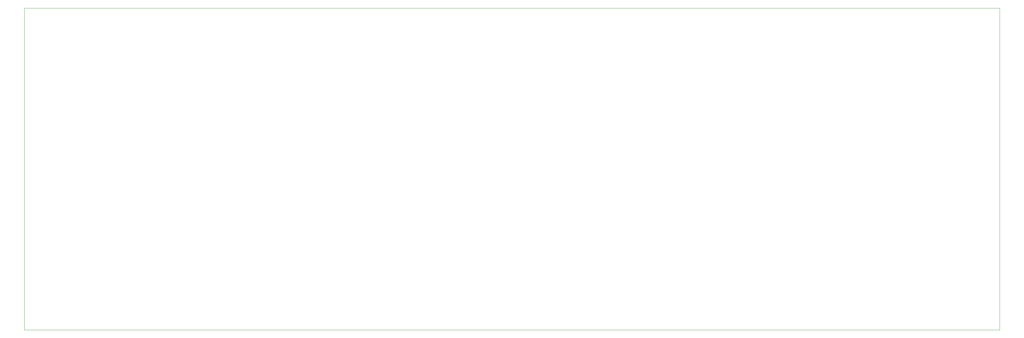
<source format=gbr>
G04 --- HEADER BEGIN --- *
G04 #@! TF.GenerationSoftware,LibrePCB,LibrePCB,0.1.6*
G04 #@! TF.CreationDate,2022-01-23T01:59:08*
G04 #@! TF.ProjectId,kbdkid2,7819c900-32f6-47f1-a260-aa52c2de7dd9,v1*
G04 #@! TF.Part,Single*
G04 #@! TF.SameCoordinates*
G04 #@! TF.FileFunction,Profile,NP*
%FSLAX66Y66*%
%MOMM*%
G01*
G75*
G04 --- HEADER END --- *
G04 --- APERTURE LIST BEGIN --- *
G04 #@! TA.AperFunction,Profile*
%ADD10C,0.001*%
G04 #@! TD*
G04 --- APERTURE LIST END --- *
G04 --- BOARD BEGIN --- *
D10*
X10050000Y10050000D02*
X10050000Y104250000D01*
X294750000Y104250000D01*
X294750000Y10050000D01*
X10050000Y10050000D01*
G04 --- BOARD END --- *
G04 #@! TF.MD5,8701e94a22606d03f62cc18ddeee7d4f*
M02*

</source>
